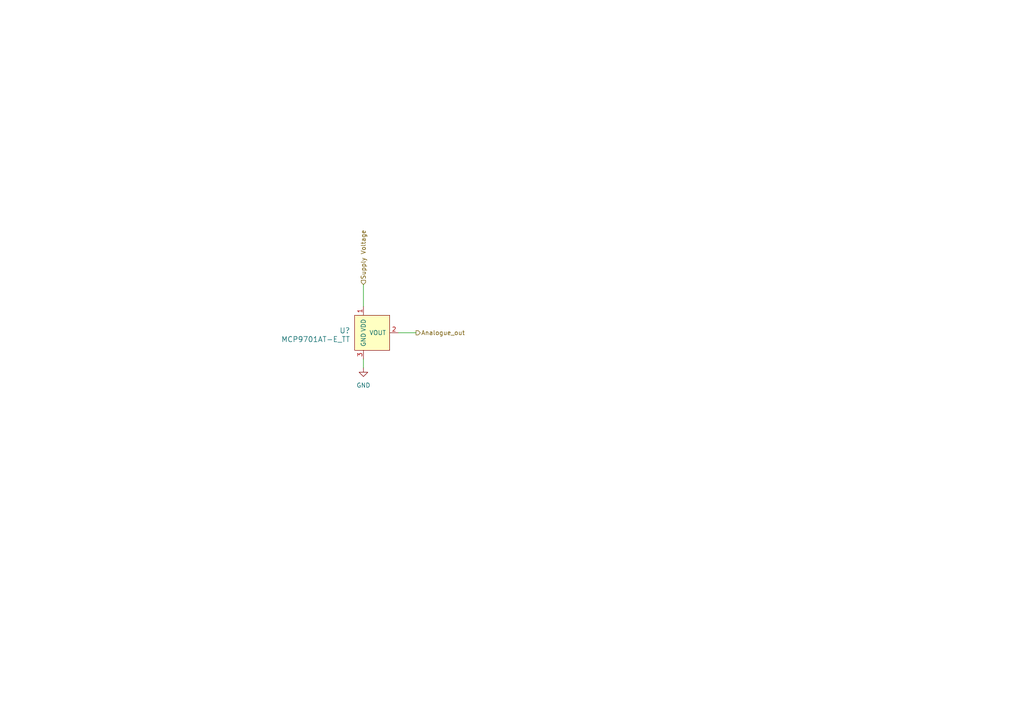
<source format=kicad_sch>
(kicad_sch (version 20230121) (generator eeschema)
  (paper "A4")
  (lib_symbols
    (symbol "dk_Temperature-Sensors-Analog-and-Digital-Output:MCP9701AT-E_TT" (pin_names (offset 1.016))
      (property "Reference" "U" (at -3.81 6.35 0))
      (property "Value" "MCP9701AT-E_TT" (at 2.54 -7.62 0))
      (symbol "MCP9701AT-E_TT_0_1"
        (rectangle (start 7.62 5.08) (end -2.54 -5.08) (fill (type background)))
      )
      (symbol "MCP9701AT-E_TT_1_1"
        (pin power_in line (at 0 7.62 270) (length 2.54) (name "VDD") (number "1"))
        (pin output line (at 10.16 0 180) (length 2.54) (name "VOUT") (number "2"))
        (pin power_in line (at 0 -7.62 90) (length 2.54) (name "GND") (number "3"))
      )
    )
    (symbol "power:GND" (power) (pin_names (offset 0))
      (property "Value" "GND" (at 0 -3.81 0))
      (symbol "GND_0_1"
        (polyline (pts (xy 0 0) (xy 0 -1.27) (xy 1.27 -1.27) (xy 0 -2.54) (xy -1.27 -1.27) (xy 0 -1.27)))
      )
      (symbol "GND_1_1"
        (pin power_in line (at 0 0 270) (length 0) hide (name "GND") (number "1"))
      )
    )
  )
  (wire (pts (xy 105.41 82.55) (xy 105.41 88.9)))
  (wire (pts (xy 115.57 96.52) (xy 120.65 96.52)))
  (wire (pts (xy 105.41 104.14) (xy 105.41 106.68)))
  (hierarchical_label "Supply Voltage" (shape input) (at 105.41 82.55 90))
  (hierarchical_label "Analogue_out" (shape output) (at 120.65 96.52 0))
  (symbol (lib_id "dk_Temperature-Sensors-Analog-and-Digital-Output:MCP9701AT-E_TT") (at 105.41 96.52 0) (unit 1)
    (property "Reference" "U?" (at 101.6 95.885 0) (effects (font (size 1.524 1.524)) (justify right)))
    (property "Value" "MCP9701AT-E_TT" (at 101.6 98.425 0) (effects (font (size 1.524 1.524)) (justify right)))
    (property "Footprint" "digikey-footprints:SOT-23-3" (effects hide))
    (property "Datasheet" "http://www.microchip.com/mymicrochip/filehandler.aspx?ddocname=en022859" (effects hide))
    (property "Digi-Key_PN" "MCP9701AT-E/TTCT-ND" (effects hide))
    (property "MPN" "MCP9701AT-E/TT" (effects hide))
    (property "Category" "Sensors, Transducers" (effects hide))
    (property "Family" "Temperature Sensors - Analog and Digital Output" (effects hide))
    (property "DK_Datasheet_Link" "http://www.microchip.com/mymicrochip/filehandler.aspx?ddocname=en022859" (effects hide))
    (property "DK_Detail_Page" "/product-detail/en/microchip-technology/MCP9701AT-E-TT/MCP9701AT-E-TTCT-ND/1987449" (effects hide))
    (property "Description" "SENSOR ANALOG -10C-125C SOT23-3" (effects hide))
    (property "Manufacturer" "Microchip Technology" (effects hide))
    (property "Status" "Active" (effects hide))
  )
  (symbol (lib_id "power:GND") (at 105.41 106.68 0) (unit 1)
    (property "Reference" "#PWR?" (effects hide))
    (property "Value" "GND" (at 105.41 111.76 0))
  )
)
</source>
